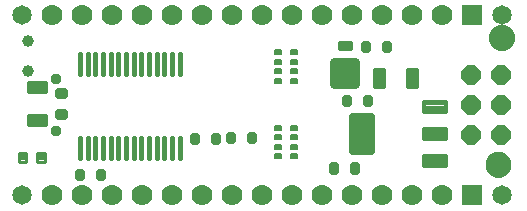
<source format=gbr>
G04 EAGLE Gerber RS-274X export*
G75*
%MOMM*%
%FSLAX34Y34*%
%LPD*%
%INSoldermask Bottom*%
%IPPOS*%
%AMOC8*
5,1,8,0,0,1.08239X$1,22.5*%
G01*
%ADD10C,1.651000*%
%ADD11C,0.718719*%
%ADD12C,0.150000*%
%ADD13C,0.950000*%
%ADD14R,1.778000X1.778000*%
%ADD15C,1.778000*%
%ADD16P,1.759533X8X112.500000*%
%ADD17C,1.200000*%
%ADD18C,1.016000*%
%ADD19C,0.381000*%
%ADD20C,0.285000*%
%ADD21C,0.335278*%
%ADD22C,0.365759*%
%ADD23C,0.660000*%
%ADD24C,0.762000*%
%ADD25C,0.228600*%
%ADD26C,1.000000*%


D10*
X12700Y165100D03*
X12700Y12700D03*
X419100Y12700D03*
X419100Y165100D03*
D11*
X80139Y32133D02*
X80139Y28319D01*
X78341Y28319D01*
X78341Y32133D01*
X80139Y32133D01*
X62359Y32133D02*
X62359Y28319D01*
X60561Y28319D01*
X60561Y32133D01*
X62359Y32133D01*
X188839Y59307D02*
X188839Y63121D01*
X190637Y63121D01*
X190637Y59307D01*
X188839Y59307D01*
X206619Y59307D02*
X206619Y63121D01*
X208417Y63121D01*
X208417Y59307D01*
X206619Y59307D01*
X177937Y58545D02*
X177937Y62359D01*
X177937Y58545D02*
X176139Y58545D01*
X176139Y62359D01*
X177937Y62359D01*
X160157Y62359D02*
X160157Y58545D01*
X158359Y58545D01*
X158359Y62359D01*
X160157Y62359D01*
X303139Y136523D02*
X303139Y140337D01*
X304937Y140337D01*
X304937Y136523D01*
X303139Y136523D01*
X320919Y136523D02*
X320919Y140337D01*
X322717Y140337D01*
X322717Y136523D01*
X320919Y136523D01*
D12*
X240470Y71662D02*
X240470Y68162D01*
X240470Y71662D02*
X245470Y71662D01*
X245470Y68162D01*
X240470Y68162D01*
X240470Y69587D02*
X245470Y69587D01*
X245470Y71012D02*
X240470Y71012D01*
X240470Y63662D02*
X240470Y60162D01*
X240470Y63662D02*
X245470Y63662D01*
X245470Y60162D01*
X240470Y60162D01*
X240470Y61587D02*
X245470Y61587D01*
X245470Y63012D02*
X240470Y63012D01*
X240470Y55662D02*
X240470Y52162D01*
X240470Y55662D02*
X245470Y55662D01*
X245470Y52162D01*
X240470Y52162D01*
X240470Y53587D02*
X245470Y53587D01*
X245470Y55012D02*
X240470Y55012D01*
X240470Y47662D02*
X240470Y44162D01*
X240470Y47662D02*
X245470Y47662D01*
X245470Y44162D01*
X240470Y44162D01*
X240470Y45587D02*
X245470Y45587D01*
X245470Y47012D02*
X240470Y47012D01*
X226970Y47662D02*
X226970Y44162D01*
X226970Y47662D02*
X231970Y47662D01*
X231970Y44162D01*
X226970Y44162D01*
X226970Y45587D02*
X231970Y45587D01*
X231970Y47012D02*
X226970Y47012D01*
X226970Y52162D02*
X226970Y55662D01*
X231970Y55662D01*
X231970Y52162D01*
X226970Y52162D01*
X226970Y53587D02*
X231970Y53587D01*
X231970Y55012D02*
X226970Y55012D01*
X226970Y60162D02*
X226970Y63662D01*
X231970Y63662D01*
X231970Y60162D01*
X226970Y60162D01*
X226970Y61587D02*
X231970Y61587D01*
X231970Y63012D02*
X226970Y63012D01*
X226970Y68162D02*
X226970Y71662D01*
X231970Y71662D01*
X231970Y68162D01*
X226970Y68162D01*
X226970Y69587D02*
X231970Y69587D01*
X231970Y71012D02*
X226970Y71012D01*
X231970Y108170D02*
X231970Y111670D01*
X231970Y108170D02*
X226970Y108170D01*
X226970Y111670D01*
X231970Y111670D01*
X231970Y109595D02*
X226970Y109595D01*
X226970Y111020D02*
X231970Y111020D01*
X231970Y116170D02*
X231970Y119670D01*
X231970Y116170D02*
X226970Y116170D01*
X226970Y119670D01*
X231970Y119670D01*
X231970Y117595D02*
X226970Y117595D01*
X226970Y119020D02*
X231970Y119020D01*
X231970Y124170D02*
X231970Y127670D01*
X231970Y124170D02*
X226970Y124170D01*
X226970Y127670D01*
X231970Y127670D01*
X231970Y125595D02*
X226970Y125595D01*
X226970Y127020D02*
X231970Y127020D01*
X231970Y132170D02*
X231970Y135670D01*
X231970Y132170D02*
X226970Y132170D01*
X226970Y135670D01*
X231970Y135670D01*
X231970Y133595D02*
X226970Y133595D01*
X226970Y135020D02*
X231970Y135020D01*
X245470Y135670D02*
X245470Y132170D01*
X240470Y132170D01*
X240470Y135670D01*
X245470Y135670D01*
X245470Y133595D02*
X240470Y133595D01*
X240470Y135020D02*
X245470Y135020D01*
X245470Y127670D02*
X245470Y124170D01*
X240470Y124170D01*
X240470Y127670D01*
X245470Y127670D01*
X245470Y125595D02*
X240470Y125595D01*
X240470Y127020D02*
X245470Y127020D01*
X245470Y119670D02*
X245470Y116170D01*
X240470Y116170D01*
X240470Y119670D01*
X245470Y119670D01*
X245470Y117595D02*
X240470Y117595D01*
X240470Y119020D02*
X245470Y119020D01*
X245470Y111670D02*
X245470Y108170D01*
X240470Y108170D01*
X240470Y111670D01*
X245470Y111670D01*
X245470Y109595D02*
X240470Y109595D01*
X240470Y111020D02*
X245470Y111020D01*
D13*
X41612Y66898D03*
X41612Y110898D03*
D14*
X393700Y165100D03*
D15*
X368300Y165100D03*
X342900Y165100D03*
X317500Y165100D03*
X292100Y165100D03*
X266700Y165100D03*
X241300Y165100D03*
X215900Y165100D03*
X190500Y165100D03*
X165100Y165100D03*
X139700Y165100D03*
X114300Y165100D03*
X88900Y165100D03*
X63500Y165100D03*
X38100Y165100D03*
D14*
X393700Y12700D03*
D15*
X368300Y12700D03*
X342900Y12700D03*
X317500Y12700D03*
X292100Y12700D03*
X266700Y12700D03*
X241300Y12700D03*
X215900Y12700D03*
X190500Y12700D03*
X165100Y12700D03*
X139700Y12700D03*
X114300Y12700D03*
X88900Y12700D03*
X63500Y12700D03*
X38100Y12700D03*
D16*
X418084Y63500D03*
X392684Y63500D03*
X418084Y88900D03*
X392684Y88900D03*
X418084Y114300D03*
X392684Y114300D03*
D17*
X410798Y38608D02*
X410800Y38749D01*
X410806Y38890D01*
X410816Y39030D01*
X410830Y39170D01*
X410848Y39310D01*
X410869Y39449D01*
X410895Y39588D01*
X410924Y39726D01*
X410958Y39862D01*
X410995Y39998D01*
X411036Y40133D01*
X411081Y40267D01*
X411130Y40399D01*
X411182Y40530D01*
X411238Y40659D01*
X411298Y40786D01*
X411361Y40912D01*
X411427Y41036D01*
X411498Y41159D01*
X411571Y41279D01*
X411648Y41397D01*
X411728Y41513D01*
X411812Y41626D01*
X411898Y41737D01*
X411988Y41846D01*
X412081Y41952D01*
X412176Y42055D01*
X412275Y42156D01*
X412376Y42254D01*
X412480Y42349D01*
X412587Y42441D01*
X412696Y42530D01*
X412808Y42615D01*
X412922Y42698D01*
X413038Y42778D01*
X413157Y42854D01*
X413278Y42926D01*
X413400Y42996D01*
X413525Y43061D01*
X413651Y43124D01*
X413779Y43182D01*
X413909Y43237D01*
X414040Y43289D01*
X414173Y43336D01*
X414307Y43380D01*
X414442Y43421D01*
X414578Y43457D01*
X414715Y43489D01*
X414853Y43518D01*
X414991Y43543D01*
X415131Y43563D01*
X415271Y43580D01*
X415411Y43593D01*
X415552Y43602D01*
X415692Y43607D01*
X415833Y43608D01*
X415974Y43605D01*
X416115Y43598D01*
X416255Y43587D01*
X416395Y43572D01*
X416535Y43553D01*
X416674Y43531D01*
X416812Y43504D01*
X416950Y43474D01*
X417086Y43439D01*
X417222Y43401D01*
X417356Y43359D01*
X417490Y43313D01*
X417622Y43264D01*
X417752Y43210D01*
X417881Y43153D01*
X418008Y43093D01*
X418134Y43029D01*
X418257Y42961D01*
X418379Y42890D01*
X418499Y42816D01*
X418616Y42738D01*
X418731Y42657D01*
X418844Y42573D01*
X418955Y42486D01*
X419063Y42395D01*
X419168Y42302D01*
X419271Y42205D01*
X419371Y42106D01*
X419468Y42004D01*
X419562Y41899D01*
X419653Y41792D01*
X419741Y41682D01*
X419826Y41570D01*
X419908Y41455D01*
X419987Y41338D01*
X420062Y41219D01*
X420134Y41098D01*
X420202Y40975D01*
X420267Y40850D01*
X420329Y40723D01*
X420386Y40594D01*
X420441Y40464D01*
X420491Y40333D01*
X420538Y40200D01*
X420581Y40066D01*
X420620Y39930D01*
X420655Y39794D01*
X420687Y39657D01*
X420714Y39519D01*
X420738Y39380D01*
X420758Y39240D01*
X420774Y39100D01*
X420786Y38960D01*
X420794Y38819D01*
X420798Y38678D01*
X420798Y38538D01*
X420794Y38397D01*
X420786Y38256D01*
X420774Y38116D01*
X420758Y37976D01*
X420738Y37836D01*
X420714Y37697D01*
X420687Y37559D01*
X420655Y37422D01*
X420620Y37286D01*
X420581Y37150D01*
X420538Y37016D01*
X420491Y36883D01*
X420441Y36752D01*
X420386Y36622D01*
X420329Y36493D01*
X420267Y36366D01*
X420202Y36241D01*
X420134Y36118D01*
X420062Y35997D01*
X419987Y35878D01*
X419908Y35761D01*
X419826Y35646D01*
X419741Y35534D01*
X419653Y35424D01*
X419562Y35317D01*
X419468Y35212D01*
X419371Y35110D01*
X419271Y35011D01*
X419168Y34914D01*
X419063Y34821D01*
X418955Y34730D01*
X418844Y34643D01*
X418731Y34559D01*
X418616Y34478D01*
X418499Y34400D01*
X418379Y34326D01*
X418257Y34255D01*
X418134Y34187D01*
X418008Y34123D01*
X417881Y34063D01*
X417752Y34006D01*
X417622Y33952D01*
X417490Y33903D01*
X417356Y33857D01*
X417222Y33815D01*
X417086Y33777D01*
X416950Y33742D01*
X416812Y33712D01*
X416674Y33685D01*
X416535Y33663D01*
X416395Y33644D01*
X416255Y33629D01*
X416115Y33618D01*
X415974Y33611D01*
X415833Y33608D01*
X415692Y33609D01*
X415552Y33614D01*
X415411Y33623D01*
X415271Y33636D01*
X415131Y33653D01*
X414991Y33673D01*
X414853Y33698D01*
X414715Y33727D01*
X414578Y33759D01*
X414442Y33795D01*
X414307Y33836D01*
X414173Y33880D01*
X414040Y33927D01*
X413909Y33979D01*
X413779Y34034D01*
X413651Y34092D01*
X413525Y34155D01*
X413400Y34220D01*
X413278Y34290D01*
X413157Y34362D01*
X413038Y34438D01*
X412922Y34518D01*
X412808Y34601D01*
X412696Y34686D01*
X412587Y34775D01*
X412480Y34867D01*
X412376Y34962D01*
X412275Y35060D01*
X412176Y35161D01*
X412081Y35264D01*
X411988Y35370D01*
X411898Y35479D01*
X411812Y35590D01*
X411728Y35703D01*
X411648Y35819D01*
X411571Y35937D01*
X411498Y36057D01*
X411427Y36180D01*
X411361Y36304D01*
X411298Y36430D01*
X411238Y36557D01*
X411182Y36686D01*
X411130Y36817D01*
X411081Y36949D01*
X411036Y37083D01*
X410995Y37218D01*
X410958Y37354D01*
X410924Y37490D01*
X410895Y37628D01*
X410869Y37767D01*
X410848Y37906D01*
X410830Y38046D01*
X410816Y38186D01*
X410806Y38326D01*
X410800Y38467D01*
X410798Y38608D01*
D18*
X415798Y38608D03*
D17*
X413846Y146050D02*
X413848Y146191D01*
X413854Y146332D01*
X413864Y146472D01*
X413878Y146612D01*
X413896Y146752D01*
X413917Y146891D01*
X413943Y147030D01*
X413972Y147168D01*
X414006Y147304D01*
X414043Y147440D01*
X414084Y147575D01*
X414129Y147709D01*
X414178Y147841D01*
X414230Y147972D01*
X414286Y148101D01*
X414346Y148228D01*
X414409Y148354D01*
X414475Y148478D01*
X414546Y148601D01*
X414619Y148721D01*
X414696Y148839D01*
X414776Y148955D01*
X414860Y149068D01*
X414946Y149179D01*
X415036Y149288D01*
X415129Y149394D01*
X415224Y149497D01*
X415323Y149598D01*
X415424Y149696D01*
X415528Y149791D01*
X415635Y149883D01*
X415744Y149972D01*
X415856Y150057D01*
X415970Y150140D01*
X416086Y150220D01*
X416205Y150296D01*
X416326Y150368D01*
X416448Y150438D01*
X416573Y150503D01*
X416699Y150566D01*
X416827Y150624D01*
X416957Y150679D01*
X417088Y150731D01*
X417221Y150778D01*
X417355Y150822D01*
X417490Y150863D01*
X417626Y150899D01*
X417763Y150931D01*
X417901Y150960D01*
X418039Y150985D01*
X418179Y151005D01*
X418319Y151022D01*
X418459Y151035D01*
X418600Y151044D01*
X418740Y151049D01*
X418881Y151050D01*
X419022Y151047D01*
X419163Y151040D01*
X419303Y151029D01*
X419443Y151014D01*
X419583Y150995D01*
X419722Y150973D01*
X419860Y150946D01*
X419998Y150916D01*
X420134Y150881D01*
X420270Y150843D01*
X420404Y150801D01*
X420538Y150755D01*
X420670Y150706D01*
X420800Y150652D01*
X420929Y150595D01*
X421056Y150535D01*
X421182Y150471D01*
X421305Y150403D01*
X421427Y150332D01*
X421547Y150258D01*
X421664Y150180D01*
X421779Y150099D01*
X421892Y150015D01*
X422003Y149928D01*
X422111Y149837D01*
X422216Y149744D01*
X422319Y149647D01*
X422419Y149548D01*
X422516Y149446D01*
X422610Y149341D01*
X422701Y149234D01*
X422789Y149124D01*
X422874Y149012D01*
X422956Y148897D01*
X423035Y148780D01*
X423110Y148661D01*
X423182Y148540D01*
X423250Y148417D01*
X423315Y148292D01*
X423377Y148165D01*
X423434Y148036D01*
X423489Y147906D01*
X423539Y147775D01*
X423586Y147642D01*
X423629Y147508D01*
X423668Y147372D01*
X423703Y147236D01*
X423735Y147099D01*
X423762Y146961D01*
X423786Y146822D01*
X423806Y146682D01*
X423822Y146542D01*
X423834Y146402D01*
X423842Y146261D01*
X423846Y146120D01*
X423846Y145980D01*
X423842Y145839D01*
X423834Y145698D01*
X423822Y145558D01*
X423806Y145418D01*
X423786Y145278D01*
X423762Y145139D01*
X423735Y145001D01*
X423703Y144864D01*
X423668Y144728D01*
X423629Y144592D01*
X423586Y144458D01*
X423539Y144325D01*
X423489Y144194D01*
X423434Y144064D01*
X423377Y143935D01*
X423315Y143808D01*
X423250Y143683D01*
X423182Y143560D01*
X423110Y143439D01*
X423035Y143320D01*
X422956Y143203D01*
X422874Y143088D01*
X422789Y142976D01*
X422701Y142866D01*
X422610Y142759D01*
X422516Y142654D01*
X422419Y142552D01*
X422319Y142453D01*
X422216Y142356D01*
X422111Y142263D01*
X422003Y142172D01*
X421892Y142085D01*
X421779Y142001D01*
X421664Y141920D01*
X421547Y141842D01*
X421427Y141768D01*
X421305Y141697D01*
X421182Y141629D01*
X421056Y141565D01*
X420929Y141505D01*
X420800Y141448D01*
X420670Y141394D01*
X420538Y141345D01*
X420404Y141299D01*
X420270Y141257D01*
X420134Y141219D01*
X419998Y141184D01*
X419860Y141154D01*
X419722Y141127D01*
X419583Y141105D01*
X419443Y141086D01*
X419303Y141071D01*
X419163Y141060D01*
X419022Y141053D01*
X418881Y141050D01*
X418740Y141051D01*
X418600Y141056D01*
X418459Y141065D01*
X418319Y141078D01*
X418179Y141095D01*
X418039Y141115D01*
X417901Y141140D01*
X417763Y141169D01*
X417626Y141201D01*
X417490Y141237D01*
X417355Y141278D01*
X417221Y141322D01*
X417088Y141369D01*
X416957Y141421D01*
X416827Y141476D01*
X416699Y141534D01*
X416573Y141597D01*
X416448Y141662D01*
X416326Y141732D01*
X416205Y141804D01*
X416086Y141880D01*
X415970Y141960D01*
X415856Y142043D01*
X415744Y142128D01*
X415635Y142217D01*
X415528Y142309D01*
X415424Y142404D01*
X415323Y142502D01*
X415224Y142603D01*
X415129Y142706D01*
X415036Y142812D01*
X414946Y142921D01*
X414860Y143032D01*
X414776Y143145D01*
X414696Y143261D01*
X414619Y143379D01*
X414546Y143499D01*
X414475Y143622D01*
X414409Y143746D01*
X414346Y143872D01*
X414286Y143999D01*
X414230Y144128D01*
X414178Y144259D01*
X414129Y144391D01*
X414084Y144525D01*
X414043Y144660D01*
X414006Y144796D01*
X413972Y144932D01*
X413943Y145070D01*
X413917Y145209D01*
X413896Y145348D01*
X413878Y145488D01*
X413864Y145628D01*
X413854Y145768D01*
X413848Y145909D01*
X413846Y146050D01*
D18*
X418846Y146050D03*
D19*
X146050Y61341D02*
X146050Y44831D01*
X139548Y44831D02*
X139548Y61341D01*
X133050Y61341D02*
X133050Y44831D01*
X126550Y44831D02*
X126550Y61341D01*
X120048Y61341D02*
X120048Y44831D01*
X113551Y44831D02*
X113551Y61341D01*
X107053Y61341D02*
X107053Y44831D01*
X100551Y44831D02*
X100551Y61341D01*
X94051Y61341D02*
X94051Y44831D01*
X87549Y44831D02*
X87549Y61341D01*
X81046Y61341D02*
X81046Y44831D01*
X74549Y44831D02*
X74549Y61341D01*
X68052Y61341D02*
X68052Y44831D01*
X61549Y44831D02*
X61549Y61341D01*
X61549Y115951D02*
X61549Y132461D01*
X68052Y132461D02*
X68052Y115951D01*
X74549Y115951D02*
X74549Y132461D01*
X81046Y132461D02*
X81046Y115951D01*
X87549Y115951D02*
X87549Y132461D01*
X94051Y132461D02*
X94051Y115951D01*
X100551Y115951D02*
X100551Y132461D01*
X107053Y132461D02*
X107053Y115951D01*
X113551Y115951D02*
X113551Y132461D01*
X120048Y132461D02*
X120048Y115951D01*
X126550Y115951D02*
X126550Y132461D01*
X133050Y132461D02*
X133050Y115951D01*
X139553Y115951D02*
X139553Y132461D01*
X146050Y132461D02*
X146050Y115951D01*
D20*
X16153Y41383D02*
X9503Y41383D01*
X9503Y48533D01*
X16153Y48533D01*
X16153Y41383D01*
X16153Y44090D02*
X9503Y44090D01*
X9503Y46797D02*
X16153Y46797D01*
X25503Y41383D02*
X32153Y41383D01*
X25503Y41383D02*
X25503Y48533D01*
X32153Y48533D01*
X32153Y41383D01*
X32153Y44090D02*
X25503Y44090D01*
X25503Y46797D02*
X32153Y46797D01*
D21*
X311302Y104292D02*
X319126Y104292D01*
X311302Y104292D02*
X311302Y118720D01*
X319126Y118720D01*
X319126Y104292D01*
X319126Y107477D02*
X311302Y107477D01*
X311302Y110662D02*
X319126Y110662D01*
X319126Y113847D02*
X311302Y113847D01*
X311302Y117032D02*
X319126Y117032D01*
X339242Y104292D02*
X347066Y104292D01*
X339242Y104292D02*
X339242Y118720D01*
X347066Y118720D01*
X347066Y104292D01*
X347066Y107477D02*
X339242Y107477D01*
X339242Y110662D02*
X347066Y110662D01*
X347066Y113847D02*
X339242Y113847D01*
X339242Y117032D02*
X347066Y117032D01*
X32614Y80112D02*
X32614Y72288D01*
X18186Y72288D01*
X18186Y80112D01*
X32614Y80112D01*
X32614Y75473D02*
X18186Y75473D01*
X18186Y78658D02*
X32614Y78658D01*
X32614Y100228D02*
X32614Y108052D01*
X32614Y100228D02*
X18186Y100228D01*
X18186Y108052D01*
X32614Y108052D01*
X32614Y103413D02*
X18186Y103413D01*
X18186Y106598D02*
X32614Y106598D01*
D22*
X353111Y92151D02*
X353111Y83617D01*
X353111Y92151D02*
X371805Y92151D01*
X371805Y83617D01*
X353111Y83617D01*
X353111Y87092D02*
X371805Y87092D01*
X371805Y90567D02*
X353111Y90567D01*
X353111Y69037D02*
X353111Y60503D01*
X353111Y69037D02*
X371805Y69037D01*
X371805Y60503D01*
X353111Y60503D01*
X353111Y63978D02*
X371805Y63978D01*
X371805Y67453D02*
X353111Y67453D01*
X353111Y45923D02*
X353111Y37389D01*
X353111Y45923D02*
X371805Y45923D01*
X371805Y37389D01*
X353111Y37389D01*
X353111Y40864D02*
X371805Y40864D01*
X371805Y44339D02*
X353111Y44339D01*
D23*
X292780Y50070D02*
X292780Y79470D01*
X308180Y79470D01*
X308180Y50070D01*
X292780Y50070D01*
X292780Y56340D02*
X308180Y56340D01*
X308180Y62610D02*
X292780Y62610D01*
X292780Y68880D02*
X308180Y68880D01*
X308180Y75150D02*
X292780Y75150D01*
D11*
X47627Y99959D02*
X43813Y99959D01*
X47627Y99959D02*
X47627Y98161D01*
X43813Y98161D01*
X43813Y99959D01*
X43813Y82179D02*
X47627Y82179D01*
X47627Y80381D01*
X43813Y80381D01*
X43813Y82179D01*
D24*
X276860Y106665D02*
X294640Y106665D01*
X276860Y106665D02*
X276860Y125715D01*
X294640Y125715D01*
X294640Y106665D01*
X294640Y113904D02*
X276860Y113904D01*
X276860Y121143D02*
X294640Y121143D01*
D25*
X280543Y137023D02*
X280543Y142357D01*
X290957Y142357D01*
X290957Y137023D01*
X280543Y137023D01*
X280543Y139195D02*
X290957Y139195D01*
X290957Y141367D02*
X280543Y141367D01*
D11*
X306207Y94617D02*
X306207Y90803D01*
X304409Y90803D01*
X304409Y94617D01*
X306207Y94617D01*
X288427Y94617D02*
X288427Y90803D01*
X286629Y90803D01*
X286629Y94617D01*
X288427Y94617D01*
X295539Y37467D02*
X295539Y33653D01*
X293741Y33653D01*
X293741Y37467D01*
X295539Y37467D01*
X277759Y37467D02*
X277759Y33653D01*
X275961Y33653D01*
X275961Y37467D01*
X277759Y37467D01*
D26*
X17780Y143510D03*
X17780Y118110D03*
M02*

</source>
